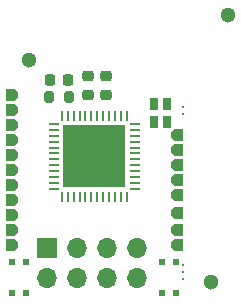
<source format=gbr>
%TF.GenerationSoftware,KiCad,Pcbnew,(5.99.0-10506-gb986797469)*%
%TF.CreationDate,2021-09-09T23:38:44+02:00*%
%TF.ProjectId,ESP31,45535033-312e-46b6-9963-61645f706362,rev?*%
%TF.SameCoordinates,Original*%
%TF.FileFunction,Soldermask,Top*%
%TF.FilePolarity,Negative*%
%FSLAX46Y46*%
G04 Gerber Fmt 4.6, Leading zero omitted, Abs format (unit mm)*
G04 Created by KiCad (PCBNEW (5.99.0-10506-gb986797469)) date 2021-09-09 23:38:44*
%MOMM*%
%LPD*%
G01*
G04 APERTURE LIST*
G04 Aperture macros list*
%AMRoundRect*
0 Rectangle with rounded corners*
0 $1 Rounding radius*
0 $2 $3 $4 $5 $6 $7 $8 $9 X,Y pos of 4 corners*
0 Add a 4 corners polygon primitive as box body*
4,1,4,$2,$3,$4,$5,$6,$7,$8,$9,$2,$3,0*
0 Add four circle primitives for the rounded corners*
1,1,$1+$1,$2,$3*
1,1,$1+$1,$4,$5*
1,1,$1+$1,$6,$7*
1,1,$1+$1,$8,$9*
0 Add four rect primitives between the rounded corners*
20,1,$1+$1,$2,$3,$4,$5,0*
20,1,$1+$1,$4,$5,$6,$7,0*
20,1,$1+$1,$6,$7,$8,$9,0*
20,1,$1+$1,$8,$9,$2,$3,0*%
%AMOutline5P*
0 Free polygon, 5 corners , with rotation*
0 The origin of the aperture is its center*
0 number of corners: always 8*
0 $1 to $10 corner X, Y*
0 $11 Rotation angle, in degrees counterclockwise*
0 create outline with 8 corners*
4,1,5,$1,$2,$3,$4,$5,$6,$7,$8,$9,$10,$1,$2,$11*%
%AMOutline6P*
0 Free polygon, 6 corners , with rotation*
0 The origin of the aperture is its center*
0 number of corners: always 6*
0 $1 to $12 corner X, Y*
0 $13 Rotation angle, in degrees counterclockwise*
0 create outline with 6 corners*
4,1,6,$1,$2,$3,$4,$5,$6,$7,$8,$9,$10,$11,$12,$1,$2,$13*%
%AMOutline7P*
0 Free polygon, 7 corners , with rotation*
0 The origin of the aperture is its center*
0 number of corners: always 7*
0 $1 to $14 corner X, Y*
0 $15 Rotation angle, in degrees counterclockwise*
0 create outline with 7 corners*
4,1,7,$1,$2,$3,$4,$5,$6,$7,$8,$9,$10,$11,$12,$13,$14,$1,$2,$15*%
%AMOutline8P*
0 Free polygon, 8 corners , with rotation*
0 The origin of the aperture is its center*
0 number of corners: always 8*
0 $1 to $16 corner X, Y*
0 $17 Rotation angle, in degrees counterclockwise*
0 create outline with 8 corners*
4,1,8,$1,$2,$3,$4,$5,$6,$7,$8,$9,$10,$11,$12,$13,$14,$15,$16,$1,$2,$17*%
G04 Aperture macros list end*
%ADD10C,1.300000*%
%ADD11Outline6P,0.250000X-0.500000X-0.500000X-0.500000X-0.500000X0.500000X0.250000X0.500000X0.500000X0.250000X0.500000X-0.250000X180.000000*%
%ADD12Outline6P,0.250000X-0.500000X-0.500000X-0.500000X-0.500000X0.500000X0.250000X0.500000X0.500000X0.250000X0.500000X-0.250000X0.000000*%
%ADD13RoundRect,0.225000X-0.225000X-0.250000X0.225000X-0.250000X0.225000X0.250000X-0.225000X0.250000X0*%
%ADD14C,0.300000*%
%ADD15RoundRect,0.225000X-0.250000X0.225000X-0.250000X-0.225000X0.250000X-0.225000X0.250000X0.225000X0*%
%ADD16RoundRect,0.062500X-0.062500X0.337500X-0.062500X-0.337500X0.062500X-0.337500X0.062500X0.337500X0*%
%ADD17RoundRect,0.062500X-0.337500X0.062500X-0.337500X-0.062500X0.337500X-0.062500X0.337500X0.062500X0*%
%ADD18R,5.300000X5.300000*%
%ADD19RoundRect,0.200000X0.200000X0.275000X-0.200000X0.275000X-0.200000X-0.275000X0.200000X-0.275000X0*%
%ADD20R,0.600000X0.600000*%
%ADD21R,0.800000X1.000000*%
%ADD22R,1.700000X1.700000*%
%ADD23O,1.700000X1.700000*%
G04 APERTURE END LIST*
D10*
%TO.C,*%
X122800000Y-91000000D03*
%TD*%
%TO.C,*%
X121400000Y-113600000D03*
%TD*%
%TO.C,REF\u002A\u002A*%
X106000000Y-94800000D03*
%TD*%
D11*
%TO.C,J10*%
X118500000Y-107780000D03*
%TD*%
%TO.C,J15*%
X118500000Y-101180000D03*
%TD*%
%TO.C,J12*%
X118500000Y-109230000D03*
%TD*%
D12*
%TO.C,J23*%
X104500000Y-102870000D03*
%TD*%
D11*
%TO.C,J14*%
X118500000Y-103720000D03*
%TD*%
D13*
%TO.C,C1*%
X107725000Y-96500000D03*
X109275000Y-96500000D03*
%TD*%
D11*
%TO.C,J11*%
X118500000Y-110500000D03*
%TD*%
%TO.C,J17*%
X118500000Y-104990000D03*
%TD*%
D12*
%TO.C,J24*%
X104500000Y-100330000D03*
%TD*%
D14*
%TO.C,REF\u002A\u002A*%
X119000000Y-99400000D03*
%TD*%
%TO.C,*%
X119000000Y-112200000D03*
%TD*%
D12*
%TO.C,J18*%
X104500000Y-107950000D03*
%TD*%
D15*
%TO.C,C2*%
X111000000Y-96225000D03*
X111000000Y-97775000D03*
%TD*%
%TO.C,C3*%
X112500000Y-96225000D03*
X112500000Y-97775000D03*
%TD*%
D14*
%TO.C,*%
X119000000Y-98800000D03*
%TD*%
D12*
%TO.C,J20*%
X104500000Y-110490000D03*
%TD*%
%TO.C,J22*%
X104500000Y-106680000D03*
%TD*%
%TO.C,J19*%
X104500000Y-109220000D03*
%TD*%
D11*
%TO.C,J13*%
X118500000Y-106260000D03*
%TD*%
D16*
%TO.C,U1*%
X114250000Y-99550000D03*
X113750000Y-99550000D03*
X113250000Y-99550000D03*
X112750000Y-99550000D03*
X112250000Y-99550000D03*
X111750000Y-99550000D03*
X111250000Y-99550000D03*
X110750000Y-99550000D03*
X110250000Y-99550000D03*
X109750000Y-99550000D03*
X109250000Y-99550000D03*
X108750000Y-99550000D03*
D17*
X108050000Y-100250000D03*
X108050000Y-100750000D03*
X108050000Y-101250000D03*
X108050000Y-101750000D03*
X108050000Y-102250000D03*
X108050000Y-102750000D03*
X108050000Y-103250000D03*
X108050000Y-103750000D03*
X108050000Y-104250000D03*
X108050000Y-104750000D03*
X108050000Y-105250000D03*
X108050000Y-105750000D03*
D16*
X108750000Y-106450000D03*
X109250000Y-106450000D03*
X109750000Y-106450000D03*
X110250000Y-106450000D03*
X110750000Y-106450000D03*
X111250000Y-106450000D03*
X111750000Y-106450000D03*
X112250000Y-106450000D03*
X112750000Y-106450000D03*
X113250000Y-106450000D03*
X113750000Y-106450000D03*
X114250000Y-106450000D03*
D17*
X114950000Y-105750000D03*
X114950000Y-105250000D03*
X114950000Y-104750000D03*
X114950000Y-104250000D03*
X114950000Y-103750000D03*
X114950000Y-103250000D03*
X114950000Y-102750000D03*
X114950000Y-102250000D03*
X114950000Y-101750000D03*
X114950000Y-101250000D03*
X114950000Y-100750000D03*
X114950000Y-100250000D03*
D18*
X111500000Y-103000000D03*
%TD*%
D12*
%TO.C,J5*%
X104500000Y-105410000D03*
%TD*%
%TO.C,J6*%
X104500000Y-104140000D03*
%TD*%
D11*
%TO.C,J16*%
X118500000Y-102450000D03*
%TD*%
D19*
%TO.C,R1*%
X109325000Y-98000000D03*
X107675000Y-98000000D03*
%TD*%
D20*
%TO.C,SW1*%
X118456000Y-111984000D03*
X118456000Y-114584000D03*
X117256000Y-114584000D03*
X117256000Y-111984000D03*
%TD*%
D14*
%TO.C,*%
X119000000Y-113400000D03*
%TD*%
D20*
%TO.C,SW2*%
X104556000Y-111984000D03*
X104556000Y-114584000D03*
X105756000Y-114584000D03*
X105756000Y-111984000D03*
%TD*%
D12*
%TO.C,J3*%
X104500000Y-97790000D03*
%TD*%
%TO.C,J21*%
X104500000Y-101600000D03*
%TD*%
D21*
%TO.C,D1*%
X117650000Y-98590000D03*
X117650000Y-100090000D03*
X116550000Y-100090000D03*
X116550000Y-98590000D03*
%TD*%
D12*
%TO.C,J4*%
X104500000Y-99060000D03*
%TD*%
D14*
%TO.C,*%
X119000000Y-112800000D03*
%TD*%
D22*
%TO.C,J1*%
X107460000Y-110725000D03*
D23*
X107460000Y-113265000D03*
X110000000Y-110725000D03*
X110000000Y-113265000D03*
X112540000Y-110725000D03*
X112540000Y-113265000D03*
X115080000Y-110725000D03*
X115080000Y-113265000D03*
%TD*%
M02*

</source>
